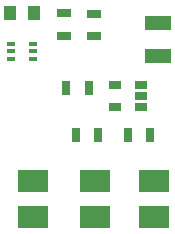
<source format=gbr>
G04 #@! TF.FileFunction,Paste,Top*
%FSLAX46Y46*%
G04 Gerber Fmt 4.6, Leading zero omitted, Abs format (unit mm)*
G04 Created by KiCad (PCBNEW 4.0.6) date 09/05/17 06:11:10*
%MOMM*%
%LPD*%
G01*
G04 APERTURE LIST*
%ADD10C,0.100000*%
%ADD11R,2.500000X1.950000*%
%ADD12R,0.650000X0.400000*%
%ADD13R,1.000000X1.250000*%
%ADD14R,0.700000X1.300000*%
%ADD15R,1.300000X0.700000*%
%ADD16R,2.200000X1.200000*%
%ADD17R,1.060000X0.650000*%
G04 APERTURE END LIST*
D10*
D11*
X156561000Y-85110000D03*
X156561000Y-88160000D03*
D12*
X144401000Y-73505000D03*
X144401000Y-74805000D03*
X146301000Y-74155000D03*
X144401000Y-74155000D03*
X146301000Y-74805000D03*
X146301000Y-73505000D03*
D11*
X151541000Y-85120000D03*
X151541000Y-88170000D03*
X146321000Y-85120000D03*
X146321000Y-88170000D03*
D13*
X146341000Y-70925000D03*
X144341000Y-70925000D03*
D14*
X156211000Y-81245000D03*
X154311000Y-81245000D03*
X151791000Y-81245000D03*
X149891000Y-81245000D03*
X149091000Y-77225000D03*
X150991000Y-77225000D03*
D15*
X151471000Y-72855000D03*
X151471000Y-70955000D03*
X148891000Y-72845000D03*
X148891000Y-70945000D03*
D16*
X156831000Y-74575000D03*
X156831000Y-71775000D03*
D17*
X155391000Y-78885000D03*
X155391000Y-77935000D03*
X155391000Y-76985000D03*
X153191000Y-76985000D03*
X153191000Y-78885000D03*
M02*

</source>
